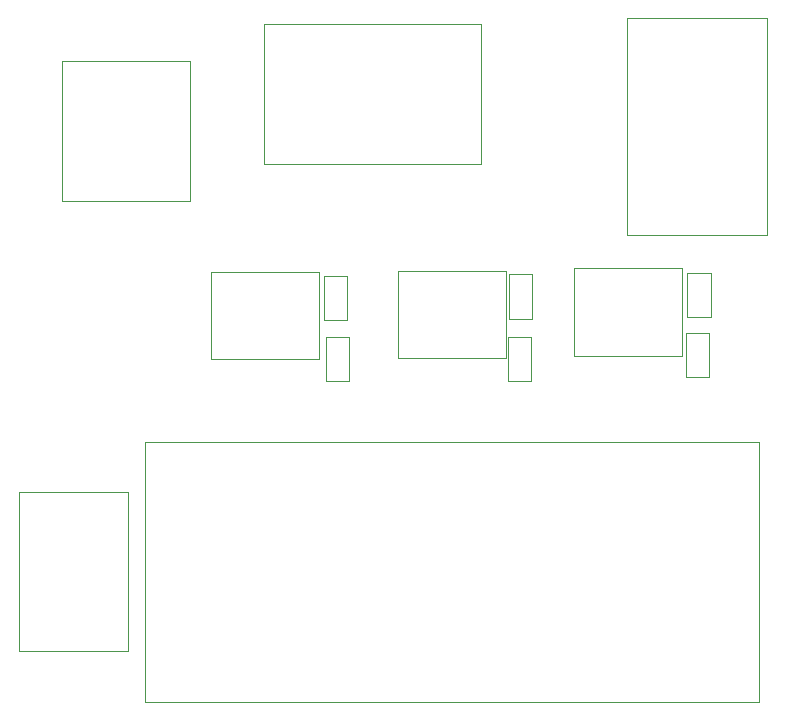
<source format=gbr>
%TF.GenerationSoftware,KiCad,Pcbnew,(5.1.9)-1*%
%TF.CreationDate,2021-04-30T23:03:23+10:00*%
%TF.ProjectId,RedPyKeeb_MCU,52656450-794b-4656-9562-5f4d43552e6b,rev?*%
%TF.SameCoordinates,Original*%
%TF.FileFunction,Other,User*%
%FSLAX46Y46*%
G04 Gerber Fmt 4.6, Leading zero omitted, Abs format (unit mm)*
G04 Created by KiCad (PCBNEW (5.1.9)-1) date 2021-04-30 23:03:23*
%MOMM*%
%LPD*%
G01*
G04 APERTURE LIST*
%ADD10C,0.120000*%
%ADD11C,0.050000*%
G04 APERTURE END LIST*
D10*
%TO.C,U0*%
X61758600Y-79979900D02*
X61758600Y-101979900D01*
X61758600Y-101979900D02*
X113758600Y-101979900D01*
X113758600Y-101979900D02*
X113758600Y-79979900D01*
X113758600Y-79979900D02*
X61758600Y-79979900D01*
D11*
%TO.C,U2*%
X114375300Y-44025700D02*
X114375300Y-62425700D01*
X114375300Y-62425700D02*
X102515300Y-62425700D01*
X102515300Y-62425700D02*
X102515300Y-44025700D01*
X102515300Y-44025700D02*
X114375300Y-44025700D01*
%TO.C,J0*%
X51067600Y-84187400D02*
X60267600Y-84187400D01*
X60267600Y-84187400D02*
X60267600Y-97687400D01*
X60267600Y-97687400D02*
X51067600Y-97687400D01*
X51067600Y-97687400D02*
X51067600Y-84187400D01*
%TO.C,U1*%
X90200600Y-56450600D02*
X71800600Y-56450600D01*
X71800600Y-56450600D02*
X71800600Y-44590600D01*
X71800600Y-44590600D02*
X90200600Y-44590600D01*
X90200600Y-44590600D02*
X90200600Y-56450600D01*
%TO.C,U3*%
X92311600Y-72864200D02*
X83151600Y-72864200D01*
X83151600Y-72864200D02*
X83151600Y-65464200D01*
X83151600Y-65464200D02*
X92311600Y-65464200D01*
X92311600Y-65464200D02*
X92311600Y-72864200D01*
%TO.C,C5*%
X92542800Y-69520200D02*
X94502800Y-69520200D01*
X94502800Y-69520200D02*
X94502800Y-65760200D01*
X94502800Y-65760200D02*
X92542800Y-65760200D01*
X92542800Y-65760200D02*
X92542800Y-69520200D01*
%TO.C,C7*%
X92479300Y-74790700D02*
X94439300Y-74790700D01*
X94439300Y-74790700D02*
X94439300Y-71030700D01*
X94439300Y-71030700D02*
X92479300Y-71030700D01*
X92479300Y-71030700D02*
X92479300Y-74790700D01*
%TO.C,C3*%
X76909100Y-69647200D02*
X78869100Y-69647200D01*
X78869100Y-69647200D02*
X78869100Y-65887200D01*
X78869100Y-65887200D02*
X76909100Y-65887200D01*
X76909100Y-65887200D02*
X76909100Y-69647200D01*
%TO.C,C4*%
X77036100Y-71043400D02*
X77036100Y-74803400D01*
X78996100Y-71043400D02*
X77036100Y-71043400D01*
X78996100Y-74803400D02*
X78996100Y-71043400D01*
X77036100Y-74803400D02*
X78996100Y-74803400D01*
%TO.C,C8*%
X107655800Y-65607800D02*
X107655800Y-69367800D01*
X109615800Y-65607800D02*
X107655800Y-65607800D01*
X109615800Y-69367800D02*
X109615800Y-65607800D01*
X107655800Y-69367800D02*
X109615800Y-69367800D01*
%TO.C,C9*%
X107516100Y-74473200D02*
X109476100Y-74473200D01*
X109476100Y-74473200D02*
X109476100Y-70713200D01*
X109476100Y-70713200D02*
X107516100Y-70713200D01*
X107516100Y-70713200D02*
X107516100Y-74473200D01*
%TO.C,U4*%
X76462000Y-72965800D02*
X67302000Y-72965800D01*
X67302000Y-72965800D02*
X67302000Y-65565800D01*
X67302000Y-65565800D02*
X76462000Y-65565800D01*
X76462000Y-65565800D02*
X76462000Y-72965800D01*
%TO.C,U5*%
X107183300Y-65248300D02*
X107183300Y-72648300D01*
X98023300Y-65248300D02*
X107183300Y-65248300D01*
X98023300Y-72648300D02*
X98023300Y-65248300D01*
X107183300Y-72648300D02*
X98023300Y-72648300D01*
%TO.C,U6*%
X54749301Y-47700801D02*
X65549301Y-47700801D01*
X65549301Y-47700801D02*
X65549301Y-59560801D01*
X65549301Y-59560801D02*
X54749301Y-59560801D01*
X54749301Y-59560801D02*
X54749301Y-47700801D01*
%TD*%
M02*

</source>
